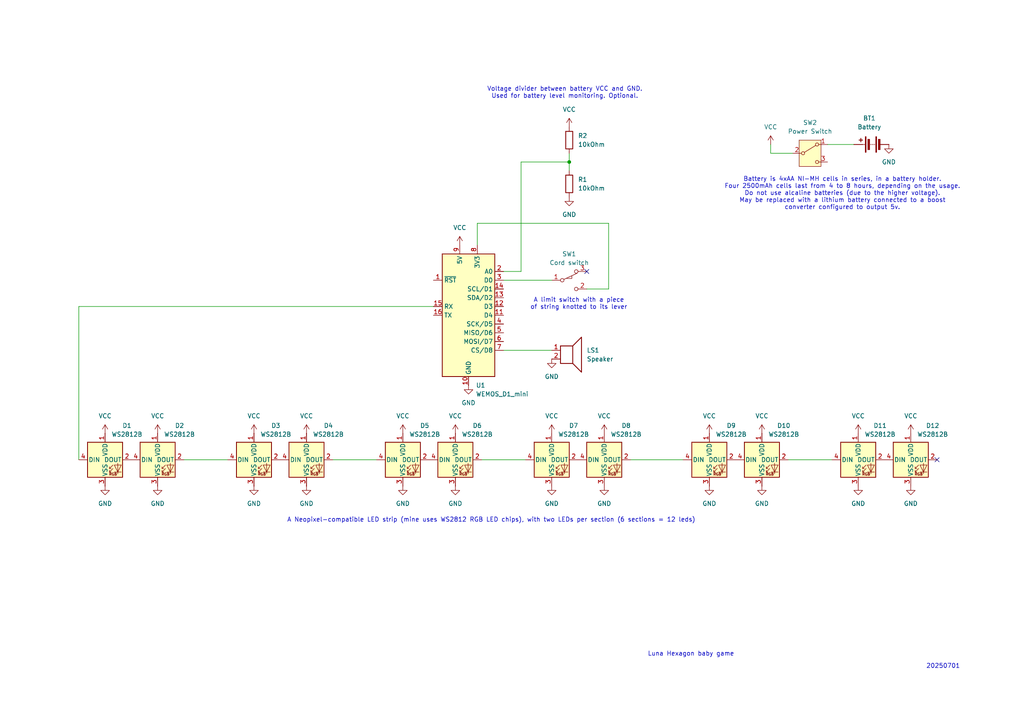
<source format=kicad_sch>
(kicad_sch (version 20250114) (generator "eeschema") (generator_version "9.0")
  (paper "A4")
  (lib_symbols
    (symbol "Device:Battery" (pin_numbers (hide yes)) (pin_names (offset 0) (hide yes))
      (property "Reference" "BT" (at 2.54 2.54 0))
      (property "Value" "Battery" (at 2.54 0 0))
      (symbol "Battery_0_1"
        (rectangle (start -2.286 1.778) (end 2.286 1.524) (fill (type outline)))
        (rectangle (start -2.286 -1.27) (end 2.286 -1.524) (fill (type outline)))
        (rectangle (start -1.524 1.016) (end 1.524 0.508) (fill (type outline)))
        (rectangle (start -1.524 -2.032) (end 1.524 -2.54) (fill (type outline)))
        (polyline (pts (xy 0 1.778) (xy 0 2.54)))
        (polyline (pts (xy 0 0) (xy 0 0.254)))
        (polyline (pts (xy 0 -0.508) (xy 0 -0.254)))
        (polyline (pts (xy 0 -1.016) (xy 0 -0.762)))
        (polyline (pts (xy 0.762 3.048) (xy 1.778 3.048)) (stroke (width 0.254)))
        (polyline (pts (xy 1.27 3.556) (xy 1.27 2.54)) (stroke (width 0.254)))
      )
      (symbol "Battery_1_1"
        (pin passive line (at 0 5.08 270) (length 2.54) (name "+") (number "1"))
        (pin passive line (at 0 -5.08 90) (length 2.54) (name "-") (number "2"))
      )
    )
    (symbol "Device:R" (pin_numbers (hide yes)) (pin_names (offset 0))
      (property "Reference" "R" (at 2.032 0 90))
      (property "Value" "R" (at 0 0 90))
      (symbol "R_0_1"
        (rectangle (start -1.016 -2.54) (end 1.016 2.54) (stroke (width 0.254)))
      )
      (symbol "R_1_1"
        (pin passive line (at 0 3.81 270) (length 1.27) (name "~") (number "1"))
        (pin passive line (at 0 -3.81 90) (length 1.27) (name "~") (number "2"))
      )
    )
    (symbol "Device:Speaker" (pin_names (offset 0) (hide yes))
      (property "Reference" "LS" (at 1.27 5.715 0))
      (property "Value" "Speaker" (at 1.27 3.81 0))
      (symbol "Speaker_0_0"
        (rectangle (start -2.54 1.27) (end 1.016 -3.81) (stroke (width 0.254)))
        (polyline (pts (xy 1.016 1.27) (xy 3.556 3.81) (xy 3.556 -6.35) (xy 1.016 -3.81)) (stroke (width 0.254)))
      )
      (symbol "Speaker_1_1"
        (pin input line (at -5.08 0 0) (length 2.54) (name "1") (number "1"))
        (pin input line (at -5.08 -2.54 0) (length 2.54) (name "2") (number "2"))
      )
    )
    (symbol "LED:WS2812B" (pin_names (offset 0.254))
      (property "Reference" "D" (at 5.08 5.715 0))
      (property "Value" "WS2812B" (at 1.27 -5.715 0))
      (symbol "WS2812B_0_0"
        (text "RGB" (at 2.286 -4.191 0) (effects (font (size 0.762 0.762))))
      )
      (symbol "WS2812B_0_1"
        (polyline (pts (xy 1.27 -2.54) (xy 1.778 -2.54)))
        (polyline (pts (xy 1.27 -3.556) (xy 1.778 -3.556)))
        (polyline (pts (xy 2.286 -1.524) (xy 1.27 -2.54) (xy 1.27 -2.032)))
        (polyline (pts (xy 2.286 -2.54) (xy 1.27 -3.556) (xy 1.27 -3.048)))
        (polyline (pts (xy 3.683 -1.016) (xy 3.683 -3.556) (xy 3.683 -4.064)))
        (polyline (pts (xy 4.699 -1.524) (xy 2.667 -1.524) (xy 3.683 -3.556) (xy 4.699 -1.524)))
        (polyline (pts (xy 4.699 -3.556) (xy 2.667 -3.556)))
        (rectangle (start 5.08 5.08) (end -5.08 -5.08) (stroke (width 0.254)) (fill (type background)))
      )
      (symbol "WS2812B_1_1"
        (pin input line (at -7.62 0 0) (length 2.54) (name "DIN") (number "4"))
        (pin power_in line (at 0 7.62 270) (length 2.54) (name "VDD") (number "1"))
        (pin power_in line (at 0 -7.62 90) (length 2.54) (name "VSS") (number "3"))
        (pin output line (at 7.62 0 180) (length 2.54) (name "DOUT") (number "2"))
      )
    )
    (symbol "RF_Module:WEMOS_D1_mini"
      (property "Reference" "U" (at 3.81 19.05 0))
      (property "Value" "WEMOS_D1_mini" (at 1.27 -19.05 0))
      (symbol "WEMOS_D1_mini_1_1"
        (rectangle (start -7.62 17.78) (end 7.62 -17.78) (stroke (width 0.254)) (fill (type background)))
        (pin input line (at -10.16 10.16 0) (length 2.54) (name "~{RST}") (number "1"))
        (pin input line (at -10.16 2.54 0) (length 2.54) (name "RX") (number "15"))
        (pin output line (at -10.16 0 0) (length 2.54) (name "TX") (number "16"))
        (pin power_in line (at -2.54 20.32 270) (length 2.54) (name "5V") (number "9"))
        (pin power_in line (at 0 -20.32 90) (length 2.54) (name "GND") (number "10"))
        (pin power_out line (at 2.54 20.32 270) (length 2.54) (name "3V3") (number "8"))
        (pin input line (at 10.16 12.7 180) (length 2.54) (name "A0") (number "2"))
        (pin bidirectional line (at 10.16 10.16 180) (length 2.54) (name "D0") (number "3"))
        (pin bidirectional line (at 10.16 7.62 180) (length 2.54) (name "SCL/D1") (number "14"))
        (pin bidirectional line (at 10.16 5.08 180) (length 2.54) (name "SDA/D2") (number "13"))
        (pin bidirectional line (at 10.16 2.54 180) (length 2.54) (name "D3") (number "12"))
        (pin bidirectional line (at 10.16 0 180) (length 2.54) (name "D4") (number "11"))
        (pin bidirectional line (at 10.16 -2.54 180) (length 2.54) (name "SCK/D5") (number "4"))
        (pin bidirectional line (at 10.16 -5.08 180) (length 2.54) (name "MISO/D6") (number "5"))
        (pin bidirectional line (at 10.16 -7.62 180) (length 2.54) (name "MOSI/D7") (number "6"))
        (pin bidirectional line (at 10.16 -10.16 180) (length 2.54) (name "CS/D8") (number "7"))
      )
    )
    (symbol "Switch:SW_SPDT" (pin_names (offset 0) (hide yes))
      (property "Reference" "SW" (at 0 5.08 0))
      (property "Value" "SW_SPDT" (at 0 -5.08 0))
      (symbol "SW_SPDT_0_1"
        (circle (center -2.032 0) (radius 0.4572))
        (polyline (pts (xy -1.651 0.254) (xy 1.651 2.286)))
        (circle (center 2.032 2.54) (radius 0.4572))
        (circle (center 2.032 -2.54) (radius 0.4572))
      )
      (symbol "SW_SPDT_1_1"
        (rectangle (start -3.175 3.81) (end 3.175 -3.81) (fill (type background)))
        (pin passive line (at -5.08 0 0) (length 2.54) (name "B") (number "2"))
        (pin passive line (at 5.08 2.54 180) (length 2.54) (name "A") (number "1"))
        (pin passive line (at 5.08 -2.54 180) (length 2.54) (name "C") (number "3"))
      )
    )
    (symbol "Switch:SW_SPDT_XKB_DMx-xxxx-1" (pin_names (offset 0) (hide yes))
      (property "Reference" "SW" (at 0 4.318 0))
      (property "Value" "SW_SPDT_XKB_DMx-xxxx-1" (at 0 -5.588 0))
      (symbol "SW_SPDT_XKB_DMx-xxxx-1_1_1"
        (circle (center -2.032 0) (radius 0.508))
        (polyline (pts (xy -1.524 0.254) (xy 2.286 2.032)))
        (polyline (pts (xy -0.762 0.508) (xy 0.762 0.508) (xy 0.762 1.27)))
        (circle (center 2.032 2.54) (radius 0.508))
        (circle (center 2.032 -2.54) (radius 0.508))
        (pin passive line (at -5.08 0 0) (length 2.54) (name "A") (number "1"))
        (pin passive line (at 5.08 2.54 180) (length 2.54) (name "C") (number "3"))
        (pin passive line (at 5.08 -2.54 180) (length 2.54) (name "B") (number "2"))
      )
    )
    (symbol "power:GND" (power) (pin_numbers (hide yes)) (pin_names (offset 0) (hide yes))
      (property "Value" "GND" (at 0 -3.81 0))
      (symbol "GND_0_1"
        (polyline (pts (xy 0 0) (xy 0 -1.27) (xy 1.27 -1.27) (xy 0 -2.54) (xy -1.27 -1.27) (xy 0 -1.27)))
      )
      (symbol "GND_1_1"
        (pin power_in line (at 0 0 270) (length 0) (name "~") (number "1"))
      )
    )
    (symbol "power:VCC" (power) (pin_numbers (hide yes)) (pin_names (offset 0) (hide yes))
      (property "Value" "VCC" (at 0 3.556 0))
      (symbol "VCC_0_1"
        (polyline (pts (xy -0.762 1.27) (xy 0 2.54)))
        (polyline (pts (xy 0 2.54) (xy 0.762 1.27)))
        (polyline (pts (xy 0 0) (xy 0 2.54)))
      )
      (symbol "VCC_1_1"
        (pin power_in line (at 0 0 90) (length 0) (name "~") (number "1"))
      )
    )
  )
  (text "Voltage divider between battery VCC and GND.\nUsed for battery level monitoring. Optional." (at 163.83 26.924 0) (effects (font (size 1.27 1.27))))
  (text "A Neopixel-compatible LED strip (mine uses WS2812 RGB LED chips), with two LEDs per section (6 sections = 12 leds)" (at 142.494 150.876 0) (effects (font (size 1.27 1.27))))
  (text "A limit switch with a piece\nof string knotted to its lever" (at 167.894 88.138 0) (effects (font (size 1.27 1.27))))
  (text "Battery is 4xAA NI-MH cells in series, in a battery holder.\nFour 2500mAh cells last from 4 to 8 hours, depending on the usage.\nDo not use alcaline batteries (due to the higher voltage).\nMay be replaced with a lithium battery connected to a boost\nconverter configured to output 5v." (at 244.348 56.134 0) (effects (font (size 1.27 1.27))))
  (text "20250701" (at 273.558 193.294 0) (effects (font (size 1.27 1.27))))
  (text "Luna Hexagon baby game" (at 200.406 189.738 0) (effects (font (size 1.27 1.27))))
  (junction (at 165.1 46.99))
  (no_connect (at 170.18 78.74))
  (no_connect (at 271.78 133.35))
  (wire (pts (xy 229.87 44.45) (xy 223.52 44.45)))
  (wire (pts (xy 53.34 133.35) (xy 66.04 133.35)))
  (wire (pts (xy 96.52 133.35) (xy 109.22 133.35)))
  (wire (pts (xy 165.1 44.45) (xy 165.1 46.99)))
  (wire (pts (xy 165.1 46.99) (xy 151.13 46.99)))
  (wire (pts (xy 125.73 88.9) (xy 22.86 88.9)))
  (wire (pts (xy 240.03 41.91) (xy 247.65 41.91)))
  (wire (pts (xy 138.43 71.12) (xy 138.43 64.77)))
  (wire (pts (xy 165.1 46.99) (xy 165.1 49.53)))
  (wire (pts (xy 146.05 101.6) (xy 160.02 101.6)))
  (wire (pts (xy 228.6 133.35) (xy 241.3 133.35)))
  (wire (pts (xy 176.53 83.82) (xy 170.18 83.82)))
  (wire (pts (xy 223.52 44.45) (xy 223.52 41.91)))
  (wire (pts (xy 151.13 46.99) (xy 151.13 78.74)))
  (wire (pts (xy 22.86 88.9) (xy 22.86 133.35)))
  (wire (pts (xy 146.05 81.28) (xy 160.02 81.28)))
  (wire (pts (xy 176.53 64.77) (xy 176.53 83.82)))
  (wire (pts (xy 139.7 133.35) (xy 152.4 133.35)))
  (wire (pts (xy 182.88 133.35) (xy 198.12 133.35)))
  (wire (pts (xy 138.43 64.77) (xy 176.53 64.77)))
  (wire (pts (xy 151.13 78.74) (xy 146.05 78.74)))
  (symbol (lib_id "power:GND") (at 116.84 140.97 0) (unit 1)
    (property "Reference" "#PWR010" (effects (hide yes)))
    (property "Value" "GND" (at 116.84 146.05 0))
    (property "Description" "Power symbol creates a global label with name \"GND\" , ground" (effects (hide yes)))
  )
  (symbol (lib_id "power:GND") (at 165.1 57.15 0) (unit 1)
    (property "Reference" "#PWR031" (effects (hide yes)))
    (property "Value" "GND" (at 165.1 62.23 0))
    (property "Description" "Power symbol creates a global label with name \"GND\" , ground" (effects (hide yes)))
  )
  (symbol (lib_id "Device:R") (at 165.1 40.64 0) (unit 1)
    (property "Reference" "R2" (at 167.64 39.3699 0) (effects (justify left)))
    (property "Value" "10kOhm" (at 167.64 41.9099 0) (effects (justify left)))
    (property "Description" "Resistor" (effects (hide yes)))
  )
  (symbol (lib_id "LED:WS2812B") (at 116.84 133.35 0) (unit 1)
    (property "Reference" "D5" (at 123.19 123.444 0))
    (property "Value" "WS2812B" (at 123.19 125.984 0))
    (property "Footprint" "PCM_LED_SMD_AKL:LED_WS2812B_PLCC4_5.0x5.0mm_P3.2mm" (effects (hide yes)))
    (property "Datasheet" "https://cdn-shop.adafruit.com/datasheets/WS2812B.pdf" (effects (hide yes)))
    (property "Description" "RGB LED with integrated controller" (effects (hide yes)))
  )
  (symbol (lib_id "LED:WS2812B") (at 45.72 133.35 0) (unit 1)
    (property "Reference" "D2" (at 52.07 123.444 0))
    (property "Value" "WS2812B" (at 52.07 125.984 0))
    (property "Footprint" "PCM_LED_SMD_AKL:LED_WS2812B_PLCC4_5.0x5.0mm_P3.2mm" (effects (hide yes)))
    (property "Datasheet" "https://cdn-shop.adafruit.com/datasheets/WS2812B.pdf" (effects (hide yes)))
    (property "Description" "RGB LED with integrated controller" (effects (hide yes)))
  )
  (symbol (lib_id "LED:WS2812B") (at 264.16 133.35 0) (unit 1)
    (property "Reference" "D12" (at 270.51 123.444 0))
    (property "Value" "WS2812B" (at 270.51 125.984 0))
    (property "Footprint" "PCM_LED_SMD_AKL:LED_WS2812B_PLCC4_5.0x5.0mm_P3.2mm" (effects (hide yes)))
    (property "Datasheet" "https://cdn-shop.adafruit.com/datasheets/WS2812B.pdf" (effects (hide yes)))
    (property "Description" "RGB LED with integrated controller" (effects (hide yes)))
  )
  (symbol (lib_id "power:GND") (at 205.74 140.97 0) (unit 1)
    (property "Reference" "#PWR07" (effects (hide yes)))
    (property "Value" "GND" (at 205.74 146.05 0))
    (property "Description" "Power symbol creates a global label with name \"GND\" , ground" (effects (hide yes)))
  )
  (symbol (lib_id "LED:WS2812B") (at 248.92 133.35 0) (unit 1)
    (property "Reference" "D11" (at 255.27 123.444 0))
    (property "Value" "WS2812B" (at 255.27 125.984 0))
    (property "Footprint" "PCM_LED_SMD_AKL:LED_WS2812B_PLCC4_5.0x5.0mm_P3.2mm" (effects (hide yes)))
    (property "Datasheet" "https://cdn-shop.adafruit.com/datasheets/WS2812B.pdf" (effects (hide yes)))
    (property "Description" "RGB LED with integrated controller" (effects (hide yes)))
  )
  (symbol (lib_id "power:VCC") (at 220.98 125.73 0) (unit 1)
    (property "Reference" "#PWR027" (effects (hide yes)))
    (property "Value" "VCC" (at 220.98 120.65 0))
    (property "Description" "Power symbol creates a global label with name \"VCC\"" (effects (hide yes)))
  )
  (symbol (lib_id "power:VCC") (at 264.16 125.73 0) (unit 1)
    (property "Reference" "#PWR029" (effects (hide yes)))
    (property "Value" "VCC" (at 264.16 120.65 0))
    (property "Description" "Power symbol creates a global label with name \"VCC\"" (effects (hide yes)))
  )
  (symbol (lib_id "power:VCC") (at 205.74 125.73 0) (unit 1)
    (property "Reference" "#PWR026" (effects (hide yes)))
    (property "Value" "VCC" (at 205.74 120.65 0))
    (property "Description" "Power symbol creates a global label with name \"VCC\"" (effects (hide yes)))
  )
  (symbol (lib_id "LED:WS2812B") (at 160.02 133.35 0) (unit 1)
    (property "Reference" "D7" (at 166.37 123.444 0))
    (property "Value" "WS2812B" (at 166.37 125.984 0))
    (property "Footprint" "PCM_LED_SMD_AKL:LED_WS2812B_PLCC4_5.0x5.0mm_P3.2mm" (effects (hide yes)))
    (property "Datasheet" "https://cdn-shop.adafruit.com/datasheets/WS2812B.pdf" (effects (hide yes)))
    (property "Description" "RGB LED with integrated controller" (effects (hide yes)))
  )
  (symbol (lib_id "LED:WS2812B") (at 30.48 133.35 0) (unit 1)
    (property "Reference" "D1" (at 36.83 123.444 0))
    (property "Value" "WS2812B" (at 36.83 125.984 0))
    (property "Footprint" "PCM_LED_SMD_AKL:LED_WS2812B_PLCC4_5.0x5.0mm_P3.2mm" (effects (hide yes)))
    (property "Datasheet" "https://cdn-shop.adafruit.com/datasheets/WS2812B.pdf" (effects (hide yes)))
    (property "Description" "RGB LED with integrated controller" (effects (hide yes)))
  )
  (symbol (lib_id "power:GND") (at 45.72 140.97 0) (unit 1)
    (property "Reference" "#PWR015" (effects (hide yes)))
    (property "Value" "GND" (at 45.72 146.05 0))
    (property "Description" "Power symbol creates a global label with name \"GND\" , ground" (effects (hide yes)))
  )
  (symbol (lib_id "Device:R") (at 165.1 53.34 0) (unit 1)
    (property "Reference" "R1" (at 167.64 52.0699 0) (effects (justify left)))
    (property "Value" "10kOhm" (at 167.64 54.6099 0) (effects (justify left)))
    (property "Description" "Resistor" (effects (hide yes)))
  )
  (symbol (lib_id "Device:Battery") (at 252.73 41.91 90) (unit 1)
    (property "Reference" "BT1" (at 252.1585 34.29 90))
    (property "Value" "Battery" (at 252.1585 36.83 90))
    (property "Description" "Multiple-cell battery" (effects (hide yes)))
  )
  (symbol (lib_id "power:GND") (at 257.81 41.91 0) (unit 1)
    (property "Reference" "#PWR01" (effects (hide yes)))
    (property "Value" "GND" (at 257.81 46.99 0))
    (property "Description" "Power symbol creates a global label with name \"GND\" , ground" (effects (hide yes)))
  )
  (symbol (lib_id "power:GND") (at 132.08 140.97 0) (unit 1)
    (property "Reference" "#PWR011" (effects (hide yes)))
    (property "Value" "GND" (at 132.08 146.05 0))
    (property "Description" "Power symbol creates a global label with name \"GND\" , ground" (effects (hide yes)))
  )
  (symbol (lib_id "power:GND") (at 248.92 140.97 0) (unit 1)
    (property "Reference" "#PWR05" (effects (hide yes)))
    (property "Value" "GND" (at 248.92 146.05 0))
    (property "Description" "Power symbol creates a global label with name \"GND\" , ground" (effects (hide yes)))
  )
  (symbol (lib_id "power:GND") (at 73.66 140.97 0) (unit 1)
    (property "Reference" "#PWR012" (effects (hide yes)))
    (property "Value" "GND" (at 73.66 146.05 0))
    (property "Description" "Power symbol creates a global label with name \"GND\" , ground" (effects (hide yes)))
  )
  (symbol (lib_id "LED:WS2812B") (at 175.26 133.35 0) (unit 1)
    (property "Reference" "D8" (at 181.61 123.444 0))
    (property "Value" "WS2812B" (at 181.61 125.984 0))
    (property "Footprint" "PCM_LED_SMD_AKL:LED_WS2812B_PLCC4_5.0x5.0mm_P3.2mm" (effects (hide yes)))
    (property "Datasheet" "https://cdn-shop.adafruit.com/datasheets/WS2812B.pdf" (effects (hide yes)))
    (property "Description" "RGB LED with integrated controller" (effects (hide yes)))
  )
  (symbol (lib_id "LED:WS2812B") (at 132.08 133.35 0) (unit 1)
    (property "Reference" "D6" (at 138.43 123.444 0))
    (property "Value" "WS2812B" (at 138.43 125.984 0))
    (property "Footprint" "PCM_LED_SMD_AKL:LED_WS2812B_PLCC4_5.0x5.0mm_P3.2mm" (effects (hide yes)))
    (property "Datasheet" "https://cdn-shop.adafruit.com/datasheets/WS2812B.pdf" (effects (hide yes)))
    (property "Description" "RGB LED with integrated controller" (effects (hide yes)))
  )
  (symbol (lib_id "power:GND") (at 220.98 140.97 0) (unit 1)
    (property "Reference" "#PWR06" (effects (hide yes)))
    (property "Value" "GND" (at 220.98 146.05 0))
    (property "Description" "Power symbol creates a global label with name \"GND\" , ground" (effects (hide yes)))
  )
  (symbol (lib_id "LED:WS2812B") (at 73.66 133.35 0) (unit 1)
    (property "Reference" "D3" (at 80.01 123.444 0))
    (property "Value" "WS2812B" (at 80.01 125.984 0))
    (property "Footprint" "PCM_LED_SMD_AKL:LED_WS2812B_PLCC4_5.0x5.0mm_P3.2mm" (effects (hide yes)))
    (property "Datasheet" "https://cdn-shop.adafruit.com/datasheets/WS2812B.pdf" (effects (hide yes)))
    (property "Description" "RGB LED with integrated controller" (effects (hide yes)))
  )
  (symbol (lib_id "power:GND") (at 160.02 104.14 0) (unit 1)
    (property "Reference" "#PWR03" (effects (hide yes)))
    (property "Value" "GND" (at 160.02 109.22 0))
    (property "Description" "Power symbol creates a global label with name \"GND\" , ground" (effects (hide yes)))
  )
  (symbol (lib_id "power:VCC") (at 175.26 125.73 0) (unit 1)
    (property "Reference" "#PWR025" (effects (hide yes)))
    (property "Value" "VCC" (at 175.26 120.65 0))
    (property "Description" "Power symbol creates a global label with name \"VCC\"" (effects (hide yes)))
  )
  (symbol (lib_id "power:GND") (at 135.89 111.76 0) (unit 1)
    (property "Reference" "#PWR02" (effects (hide yes)))
    (property "Value" "GND" (at 135.89 116.84 0))
    (property "Description" "Power symbol creates a global label with name \"GND\" , ground" (effects (hide yes)))
  )
  (symbol (lib_id "RF_Module:WEMOS_D1_mini") (at 135.89 91.44 0) (unit 1)
    (property "Reference" "U1" (at 138.0333 111.76 0) (effects (justify left)))
    (property "Value" "WEMOS_D1_mini" (at 138.0333 114.3 0) (effects (justify left)))
    (property "Footprint" "RF_Module:WEMOS_D1_mini_light" (effects (hide yes)))
    (property "Datasheet" "https://wiki.wemos.cc/products:d1:d1_mini#documentation" (effects (hide yes)))
    (property "Description" "32-bit microcontroller module with WiFi" (effects (hide yes)))
  )
  (symbol (lib_id "power:VCC") (at 223.52 41.91 0) (unit 1)
    (property "Reference" "#PWR016" (effects (hide yes)))
    (property "Value" "VCC" (at 223.52 36.83 0))
    (property "Description" "Power symbol creates a global label with name \"VCC\"" (effects (hide yes)))
  )
  (symbol (lib_id "power:VCC") (at 30.48 125.73 0) (unit 1)
    (property "Reference" "#PWR018" (effects (hide yes)))
    (property "Value" "VCC" (at 30.48 120.65 0))
    (property "Description" "Power symbol creates a global label with name \"VCC\"" (effects (hide yes)))
  )
  (symbol (lib_id "power:GND") (at 160.02 140.97 0) (unit 1)
    (property "Reference" "#PWR09" (effects (hide yes)))
    (property "Value" "GND" (at 160.02 146.05 0))
    (property "Description" "Power symbol creates a global label with name \"GND\" , ground" (effects (hide yes)))
  )
  (symbol (lib_id "LED:WS2812B") (at 220.98 133.35 0) (unit 1)
    (property "Reference" "D10" (at 227.33 123.444 0))
    (property "Value" "WS2812B" (at 227.33 125.984 0))
    (property "Footprint" "PCM_LED_SMD_AKL:LED_WS2812B_PLCC4_5.0x5.0mm_P3.2mm" (effects (hide yes)))
    (property "Datasheet" "https://cdn-shop.adafruit.com/datasheets/WS2812B.pdf" (effects (hide yes)))
    (property "Description" "RGB LED with integrated controller" (effects (hide yes)))
  )
  (symbol (lib_id "power:VCC") (at 45.72 125.73 0) (unit 1)
    (property "Reference" "#PWR019" (effects (hide yes)))
    (property "Value" "VCC" (at 45.72 120.65 0))
    (property "Description" "Power symbol creates a global label with name \"VCC\"" (effects (hide yes)))
  )
  (symbol (lib_id "Switch:SW_SPDT") (at 234.95 44.45 0) (unit 1)
    (property "Reference" "SW2" (at 234.95 35.56 0))
    (property "Value" "Power Switch" (at 234.95 38.1 0))
    (property "Description" "Switch, single pole double throw" (effects (hide yes)))
  )
  (symbol (lib_id "power:GND") (at 30.48 140.97 0) (unit 1)
    (property "Reference" "#PWR014" (effects (hide yes)))
    (property "Value" "GND" (at 30.48 146.05 0))
    (property "Description" "Power symbol creates a global label with name \"GND\" , ground" (effects (hide yes)))
  )
  (symbol (lib_id "LED:WS2812B") (at 205.74 133.35 0) (unit 1)
    (property "Reference" "D9" (at 212.09 123.444 0))
    (property "Value" "WS2812B" (at 212.09 125.984 0))
    (property "Footprint" "PCM_LED_SMD_AKL:LED_WS2812B_PLCC4_5.0x5.0mm_P3.2mm" (effects (hide yes)))
    (property "Datasheet" "https://cdn-shop.adafruit.com/datasheets/WS2812B.pdf" (effects (hide yes)))
    (property "Description" "RGB LED with integrated controller" (effects (hide yes)))
  )
  (symbol (lib_id "power:GND") (at 175.26 140.97 0) (unit 1)
    (property "Reference" "#PWR08" (effects (hide yes)))
    (property "Value" "GND" (at 175.26 146.05 0))
    (property "Description" "Power symbol creates a global label with name \"GND\" , ground" (effects (hide yes)))
  )
  (symbol (lib_id "power:VCC") (at 133.35 71.12 0) (unit 1)
    (property "Reference" "#PWR017" (effects (hide yes)))
    (property "Value" "VCC" (at 133.35 66.04 0))
    (property "Description" "Power symbol creates a global label with name \"VCC\"" (effects (hide yes)))
  )
  (symbol (lib_id "power:VCC") (at 132.08 125.73 0) (unit 1)
    (property "Reference" "#PWR023" (effects (hide yes)))
    (property "Value" "VCC" (at 132.08 120.65 0))
    (property "Description" "Power symbol creates a global label with name \"VCC\"" (effects (hide yes)))
  )
  (symbol (lib_id "Switch:SW_SPDT_XKB_DMx-xxxx-1") (at 165.1 81.28 0) (unit 1)
    (property "Reference" "SW1" (at 165.1 73.66 0))
    (property "Value" "Cord switch" (at 165.1 76.2 0))
    (property "Description" "Position switch" (effects (hide yes)))
  )
  (symbol (lib_id "power:VCC") (at 248.92 125.73 0) (unit 1)
    (property "Reference" "#PWR028" (effects (hide yes)))
    (property "Value" "VCC" (at 248.92 120.65 0))
    (property "Description" "Power symbol creates a global label with name \"VCC\"" (effects (hide yes)))
  )
  (symbol (lib_id "Device:Speaker") (at 165.1 101.6 0) (unit 1)
    (property "Reference" "LS1" (at 170.18 101.5999 0) (effects (justify left)))
    (property "Value" "Speaker" (at 170.18 104.1399 0) (effects (justify left)))
    (property "Description" "Speaker" (effects (hide yes)))
  )
  (symbol (lib_id "power:GND") (at 264.16 140.97 0) (unit 1)
    (property "Reference" "#PWR04" (effects (hide yes)))
    (property "Value" "GND" (at 264.16 146.05 0))
    (property "Description" "Power symbol creates a global label with name \"GND\" , ground" (effects (hide yes)))
  )
  (symbol (lib_id "power:VCC") (at 88.9 125.73 0) (unit 1)
    (property "Reference" "#PWR021" (effects (hide yes)))
    (property "Value" "VCC" (at 88.9 120.65 0))
    (property "Description" "Power symbol creates a global label with name \"VCC\"" (effects (hide yes)))
  )
  (symbol (lib_id "power:VCC") (at 160.02 125.73 0) (unit 1)
    (property "Reference" "#PWR024" (effects (hide yes)))
    (property "Value" "VCC" (at 160.02 120.65 0))
    (property "Description" "Power symbol creates a global label with name \"VCC\"" (effects (hide yes)))
  )
  (symbol (lib_id "LED:WS2812B") (at 88.9 133.35 0) (unit 1)
    (property "Reference" "D4" (at 95.25 123.444 0))
    (property "Value" "WS2812B" (at 95.25 125.984 0))
    (property "Footprint" "PCM_LED_SMD_AKL:LED_WS2812B_PLCC4_5.0x5.0mm_P3.2mm" (effects (hide yes)))
    (property "Datasheet" "https://cdn-shop.adafruit.com/datasheets/WS2812B.pdf" (effects (hide yes)))
    (property "Description" "RGB LED with integrated controller" (effects (hide yes)))
  )
  (symbol (lib_id "power:VCC") (at 116.84 125.73 0) (unit 1)
    (property "Reference" "#PWR022" (effects (hide yes)))
    (property "Value" "VCC" (at 116.84 120.65 0))
    (property "Description" "Power symbol creates a global label with name \"VCC\"" (effects (hide yes)))
  )
  (symbol (lib_id "power:VCC") (at 165.1 36.83 0) (unit 1)
    (property "Reference" "#PWR030" (effects (hide yes)))
    (property "Value" "VCC" (at 165.1 31.75 0))
    (property "Description" "Power symbol creates a global label with name \"VCC\"" (effects (hide yes)))
  )
  (symbol (lib_id "power:GND") (at 88.9 140.97 0) (unit 1)
    (property "Reference" "#PWR013" (effects (hide yes)))
    (property "Value" "GND" (at 88.9 146.05 0))
    (property "Description" "Power symbol creates a global label with name \"GND\" , ground" (effects (hide yes)))
  )
  (symbol (lib_id "power:VCC") (at 73.66 125.73 0) (unit 1)
    (property "Reference" "#PWR020" (effects (hide yes)))
    (property "Value" "VCC" (at 73.66 120.65 0))
    (property "Description" "Power symbol creates a global label with name \"VCC\"" (effects (hide yes)))
  )
)
</source>
